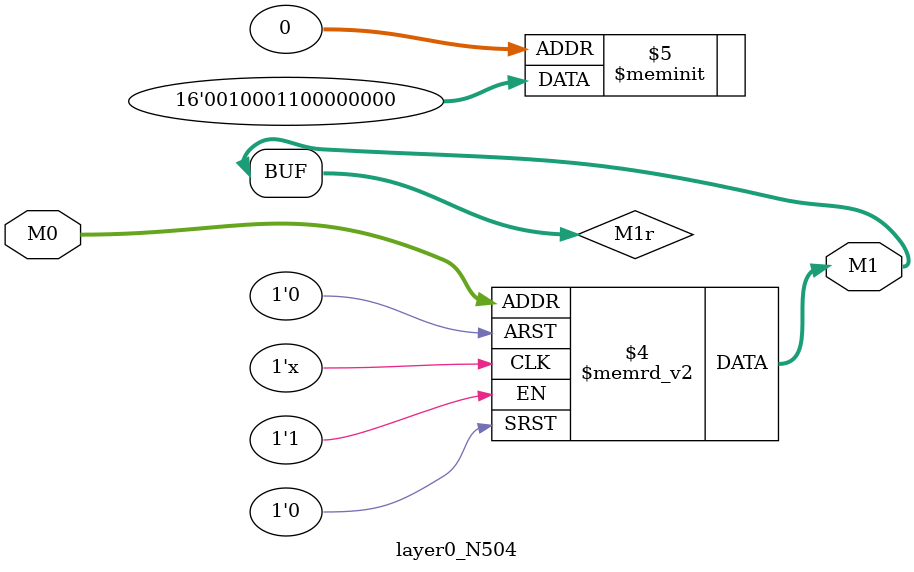
<source format=v>
module layer0_N504 ( input [2:0] M0, output [1:0] M1 );

	(*rom_style = "distributed" *) reg [1:0] M1r;
	assign M1 = M1r;
	always @ (M0) begin
		case (M0)
			3'b000: M1r = 2'b00;
			3'b100: M1r = 2'b11;
			3'b010: M1r = 2'b00;
			3'b110: M1r = 2'b10;
			3'b001: M1r = 2'b00;
			3'b101: M1r = 2'b00;
			3'b011: M1r = 2'b00;
			3'b111: M1r = 2'b00;

		endcase
	end
endmodule

</source>
